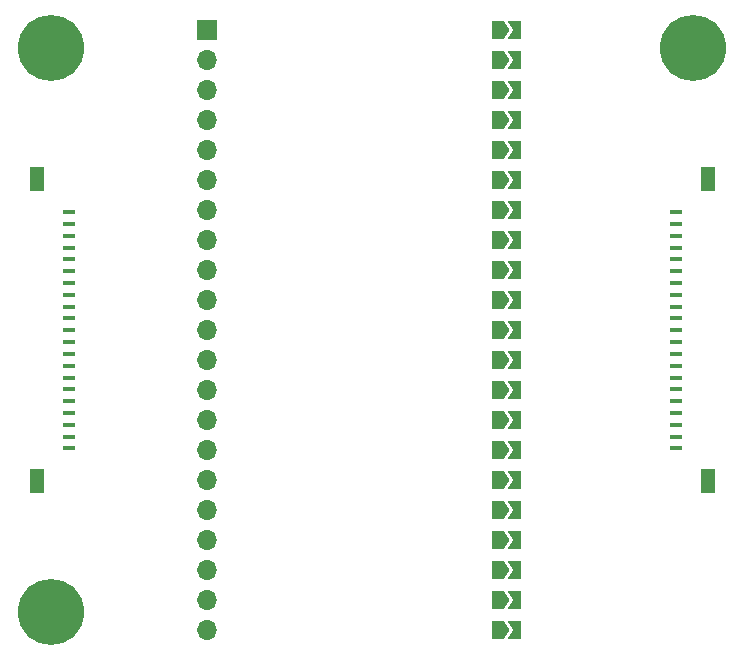
<source format=gbr>
%TF.GenerationSoftware,KiCad,Pcbnew,(6.0.4)*%
%TF.CreationDate,2022-05-17T22:38:11-07:00*%
%TF.ProjectId,ffc_interceptor,6666635f-696e-4746-9572-636570746f72,rev?*%
%TF.SameCoordinates,Original*%
%TF.FileFunction,Soldermask,Top*%
%TF.FilePolarity,Negative*%
%FSLAX46Y46*%
G04 Gerber Fmt 4.6, Leading zero omitted, Abs format (unit mm)*
G04 Created by KiCad (PCBNEW (6.0.4)) date 2022-05-17 22:38:11*
%MOMM*%
%LPD*%
G01*
G04 APERTURE LIST*
G04 Aperture macros list*
%AMFreePoly0*
4,1,6,1.000000,0.000000,0.500000,-0.750000,-0.500000,-0.750000,-0.500000,0.750000,0.500000,0.750000,1.000000,0.000000,1.000000,0.000000,$1*%
%AMFreePoly1*
4,1,6,0.500000,-0.750000,-0.650000,-0.750000,-0.150000,0.000000,-0.650000,0.750000,0.500000,0.750000,0.500000,-0.750000,0.500000,-0.750000,$1*%
G04 Aperture macros list end*
%ADD10FreePoly0,0.000000*%
%ADD11FreePoly1,0.000000*%
%ADD12R,1.000000X0.400000*%
%ADD13R,1.300000X2.000000*%
%ADD14C,3.600000*%
%ADD15C,5.600000*%
%ADD16R,1.700000X1.700000*%
%ADD17O,1.700000X1.700000*%
G04 APERTURE END LIST*
D10*
%TO.C,JP8*%
X168947000Y-91440000D03*
D11*
X170397000Y-91440000D03*
%TD*%
D10*
%TO.C,JP18*%
X168947000Y-116840000D03*
D11*
X170397000Y-116840000D03*
%TD*%
D10*
%TO.C,JP1*%
X168947000Y-73660000D03*
D11*
X170397000Y-73660000D03*
%TD*%
D10*
%TO.C,JP11*%
X168947000Y-99060000D03*
D11*
X170397000Y-99060000D03*
%TD*%
D12*
%TO.C,J1*%
X132588000Y-89070000D03*
X132588000Y-90070000D03*
X132588000Y-91070000D03*
X132588000Y-92070000D03*
X132588000Y-93070000D03*
X132588000Y-94070000D03*
X132588000Y-95070000D03*
X132588000Y-96070000D03*
X132588000Y-97070000D03*
X132588000Y-98070000D03*
X132588000Y-99070000D03*
X132588000Y-100070000D03*
X132588000Y-101070000D03*
X132588000Y-102070000D03*
X132588000Y-103070000D03*
X132588000Y-104070000D03*
X132588000Y-105070000D03*
X132588000Y-106070000D03*
X132588000Y-107070000D03*
X132588000Y-108070000D03*
X132588000Y-109070000D03*
D13*
X129888000Y-111870000D03*
X129888000Y-86270000D03*
%TD*%
D10*
%TO.C,JP20*%
X168947000Y-121920000D03*
D11*
X170397000Y-121920000D03*
%TD*%
D12*
%TO.C,J3*%
X184002000Y-109070000D03*
X184002000Y-108070000D03*
X184002000Y-107070000D03*
X184002000Y-106070000D03*
X184002000Y-105070000D03*
X184002000Y-104070000D03*
X184002000Y-103070000D03*
X184002000Y-102070000D03*
X184002000Y-101070000D03*
X184002000Y-100070000D03*
X184002000Y-99070000D03*
X184002000Y-98070000D03*
X184002000Y-97070000D03*
X184002000Y-96070000D03*
X184002000Y-95070000D03*
X184002000Y-94070000D03*
X184002000Y-93070000D03*
X184002000Y-92070000D03*
X184002000Y-91070000D03*
X184002000Y-90070000D03*
X184002000Y-89070000D03*
D13*
X186702000Y-111870000D03*
X186702000Y-86270000D03*
%TD*%
D10*
%TO.C,JP3*%
X168947000Y-78740000D03*
D11*
X170397000Y-78740000D03*
%TD*%
D10*
%TO.C,JP15*%
X168947000Y-109220000D03*
D11*
X170397000Y-109220000D03*
%TD*%
D10*
%TO.C,JP13*%
X168947000Y-104140000D03*
D11*
X170397000Y-104140000D03*
%TD*%
D14*
%TO.C,H2*%
X131064000Y-75184000D03*
D15*
X131064000Y-75184000D03*
%TD*%
D10*
%TO.C,JP19*%
X168947000Y-119380000D03*
D11*
X170397000Y-119380000D03*
%TD*%
D10*
%TO.C,JP12*%
X168947000Y-101600000D03*
D11*
X170397000Y-101600000D03*
%TD*%
D10*
%TO.C,JP9*%
X168947000Y-93980000D03*
D11*
X170397000Y-93980000D03*
%TD*%
D10*
%TO.C,JP4*%
X168947000Y-81280000D03*
D11*
X170397000Y-81280000D03*
%TD*%
D10*
%TO.C,JP7*%
X168947000Y-88900000D03*
D11*
X170397000Y-88900000D03*
%TD*%
D10*
%TO.C,JP16*%
X168947000Y-111760000D03*
D11*
X170397000Y-111760000D03*
%TD*%
D10*
%TO.C,JP5*%
X168947000Y-83820000D03*
D11*
X170397000Y-83820000D03*
%TD*%
D10*
%TO.C,JP14*%
X168947000Y-106680000D03*
D11*
X170397000Y-106680000D03*
%TD*%
D10*
%TO.C,JP17*%
X168947000Y-114300000D03*
D11*
X170397000Y-114300000D03*
%TD*%
D10*
%TO.C,JP6*%
X168947000Y-86360000D03*
D11*
X170397000Y-86360000D03*
%TD*%
D14*
%TO.C,H3*%
X131064000Y-122936000D03*
D15*
X131064000Y-122936000D03*
%TD*%
D14*
%TO.C,H1*%
X185420000Y-75184000D03*
D15*
X185420000Y-75184000D03*
%TD*%
D10*
%TO.C,JP21*%
X168947000Y-124460000D03*
D11*
X170397000Y-124460000D03*
%TD*%
D10*
%TO.C,JP10*%
X168947000Y-96520000D03*
D11*
X170397000Y-96520000D03*
%TD*%
D16*
%TO.C,J2*%
X144272000Y-73660000D03*
D17*
X144272000Y-76200000D03*
X144272000Y-78740000D03*
X144272000Y-81280000D03*
X144272000Y-83820000D03*
X144272000Y-86360000D03*
X144272000Y-88900000D03*
X144272000Y-91440000D03*
X144272000Y-93980000D03*
X144272000Y-96520000D03*
X144272000Y-99060000D03*
X144272000Y-101600000D03*
X144272000Y-104140000D03*
X144272000Y-106680000D03*
X144272000Y-109220000D03*
X144272000Y-111760000D03*
X144272000Y-114300000D03*
X144272000Y-116840000D03*
X144272000Y-119380000D03*
X144272000Y-121920000D03*
X144272000Y-124460000D03*
%TD*%
D10*
%TO.C,JP2*%
X168947000Y-76200000D03*
D11*
X170397000Y-76200000D03*
%TD*%
M02*

</source>
